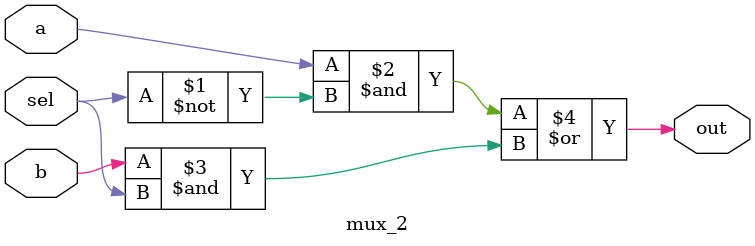
<source format=v>
`timescale 1ns / 1ps
module mux_2(
input a,
input b,
input sel,
output out);
assign out=(a&~sel)|(b&sel);
endmodule

</source>
